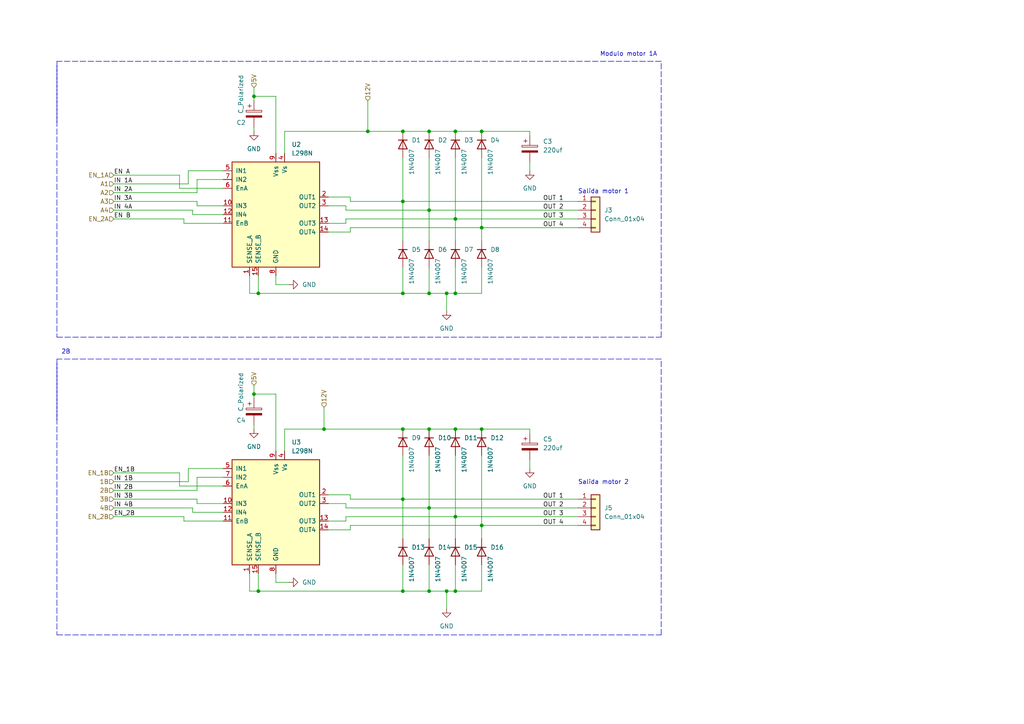
<source format=kicad_sch>
(kicad_sch (version 20211123) (generator eeschema)
  (paper "A4")
  (lib_symbols
    (symbol "Connector_Generic:Conn_01x04" (pin_names (offset 1.016) hide)
      (property "Reference" "J" (at 0 5.08 0))
      (property "Value" "Conn_01x04" (at 0 -7.62 0))
      (symbol "Conn_01x04_1_1"
        (rectangle (start -1.27 -4.953) (end 0 -5.207) (stroke (width 0.1524)))
        (rectangle (start -1.27 -2.413) (end 0 -2.667) (stroke (width 0.1524)))
        (rectangle (start -1.27 0.127) (end 0 -0.127) (stroke (width 0.1524)))
        (rectangle (start -1.27 2.667) (end 0 2.413) (stroke (width 0.1524)))
        (rectangle (start -1.27 3.81) (end 1.27 -6.35) (stroke (width 0.254)) (fill (type background)))
        (pin passive line (at -5.08 2.54 0) (length 3.81) (name "Pin_1") (number "1"))
        (pin passive line (at -5.08 0 0) (length 3.81) (name "Pin_2") (number "2"))
        (pin passive line (at -5.08 -2.54 0) (length 3.81) (name "Pin_3") (number "3"))
        (pin passive line (at -5.08 -5.08 0) (length 3.81) (name "Pin_4") (number "4"))
      )
    )
    (symbol "Device:C_Polarized" (pin_numbers hide) (pin_names (offset 0.254))
      (property "Reference" "C" (at 0.635 2.54 0))
      (property "Value" "C_Polarized" (at 0.635 -2.54 0))
      (symbol "C_Polarized_0_1"
        (rectangle (start -2.286 0.508) (end 2.286 1.016))
        (polyline (pts (xy -1.778 2.286) (xy -0.762 2.286)))
        (polyline (pts (xy -1.27 2.794) (xy -1.27 1.778)))
        (rectangle (start 2.286 -0.508) (end -2.286 -1.016) (fill (type outline)))
      )
      (symbol "C_Polarized_1_1"
        (pin passive line (at 0 3.81 270) (length 2.794) (name "~") (number "1"))
        (pin passive line (at 0 -3.81 90) (length 2.794) (name "~") (number "2"))
      )
    )
    (symbol "Diode:1N4007" (pin_numbers hide) (pin_names (offset 1.016) hide)
      (property "Reference" "D" (at 0 2.54 0))
      (property "Value" "1N4007" (at 0 -2.54 0))
      (symbol "1N4007_0_1"
        (polyline (pts (xy -1.27 1.27) (xy -1.27 -1.27)) (stroke (width 0.254)))
        (polyline (pts (xy 1.27 0) (xy -1.27 0)))
        (polyline (pts (xy 1.27 1.27) (xy 1.27 -1.27) (xy -1.27 0) (xy 1.27 1.27)) (stroke (width 0.254)))
      )
      (symbol "1N4007_1_1"
        (pin passive line (at -3.81 0 0) (length 2.54) (name "K") (number "1"))
        (pin passive line (at 3.81 0 180) (length 2.54) (name "A") (number "2"))
      )
    )
    (symbol "Driver_Motor:L298N" (pin_names (offset 1.016))
      (property "Reference" "U" (at -10.16 16.51 0))
      (property "Value" "L298N" (at 12.7 16.51 0))
      (symbol "L298N_0_1"
        (rectangle (start -12.7 15.24) (end 12.7 -15.24) (stroke (width 0.254)) (fill (type background)))
      )
      (symbol "L298N_1_1"
        (pin power_in line (at -7.62 -17.78 90) (length 2.54) (name "SENSE_A") (number "1"))
        (pin input line (at -15.24 2.54 0) (length 2.54) (name "IN3") (number "10"))
        (pin input line (at -15.24 -2.54 0) (length 2.54) (name "EnB") (number "11"))
        (pin input line (at -15.24 0 0) (length 2.54) (name "IN4") (number "12"))
        (pin output line (at 15.24 -2.54 180) (length 2.54) (name "OUT3") (number "13"))
        (pin output line (at 15.24 -5.08 180) (length 2.54) (name "OUT4") (number "14"))
        (pin power_in line (at -5.08 -17.78 90) (length 2.54) (name "SENSE_B") (number "15"))
        (pin output line (at 15.24 5.08 180) (length 2.54) (name "OUT1") (number "2"))
        (pin output line (at 15.24 2.54 180) (length 2.54) (name "OUT2") (number "3"))
        (pin power_in line (at 2.54 17.78 270) (length 2.54) (name "Vs") (number "4"))
        (pin input line (at -15.24 12.7 0) (length 2.54) (name "IN1") (number "5"))
        (pin input line (at -15.24 7.62 0) (length 2.54) (name "EnA") (number "6"))
        (pin input line (at -15.24 10.16 0) (length 2.54) (name "IN2") (number "7"))
        (pin power_in line (at 0 -17.78 90) (length 2.54) (name "GND") (number "8"))
        (pin power_in line (at 0 17.78 270) (length 2.54) (name "Vss") (number "9"))
      )
    )
    (symbol "power:GND" (power) (pin_names (offset 0))
      (property "Value" "GND" (at 0 -3.81 0))
      (symbol "GND_0_1"
        (polyline (pts (xy 0 0) (xy 0 -1.27) (xy 1.27 -1.27) (xy 0 -2.54) (xy -1.27 -1.27) (xy 0 -1.27)))
      )
      (symbol "GND_1_1"
        (pin power_in line (at 0 0 270) (length 0) hide (name "GND") (number "1"))
      )
    )
  )
  (junction (at 106.68 38.1))
  (junction (at 93.98 124.46))
  (junction (at 132.08 85.09))
  (junction (at 74.93 85.09))
  (junction (at 129.54 85.09))
  (junction (at 132.08 171.45))
  (junction (at 116.84 144.78))
  (junction (at 139.7 66.04))
  (junction (at 116.84 171.45))
  (junction (at 132.08 124.46))
  (junction (at 116.84 38.1))
  (junction (at 139.7 38.1))
  (junction (at 124.46 85.09))
  (junction (at 124.46 124.46))
  (junction (at 139.7 124.46))
  (junction (at 124.46 147.32))
  (junction (at 124.46 38.1))
  (junction (at 116.84 124.46))
  (junction (at 116.84 85.09))
  (junction (at 132.08 38.1))
  (junction (at 124.46 60.96))
  (junction (at 73.66 114.3))
  (junction (at 74.93 171.45))
  (junction (at 116.84 58.42))
  (junction (at 73.66 27.94))
  (junction (at 132.08 149.86))
  (junction (at 139.7 152.4))
  (junction (at 129.54 171.45))
  (junction (at 124.46 171.45))
  (junction (at 132.08 63.5))
  (wire (pts (xy 129.54 85.09) (xy 129.54 90.17)))
  (wire (pts (xy 101.6 67.31) (xy 101.6 66.04)))
  (wire (pts (xy 116.84 171.45) (xy 124.46 171.45)))
  (wire (pts (xy 116.84 58.42) (xy 167.64 58.42)))
  (wire (pts (xy 129.54 171.45) (xy 129.54 176.53)))
  (wire (pts (xy 73.66 36.83) (xy 73.66 38.1)))
  (wire (pts (xy 116.84 132.08) (xy 116.84 144.78)))
  (wire (pts (xy 80.01 27.94) (xy 80.01 44.45)))
  (wire (pts (xy 95.25 143.51) (xy 101.6 143.51)))
  (wire (pts (xy 54.61 135.89) (xy 54.61 139.7)))
  (wire (pts (xy 57.15 144.78) (xy 33.02 144.78)))
  (wire (pts (xy 101.6 144.78) (xy 116.84 144.78)))
  (wire (pts (xy 72.39 85.09) (xy 74.93 85.09)))
  (wire (pts (xy 100.33 60.96) (xy 124.46 60.96)))
  (wire (pts (xy 53.34 64.77) (xy 53.34 63.5)))
  (wire (pts (xy 124.46 60.96) (xy 124.46 69.85)))
  (wire (pts (xy 95.25 151.13) (xy 100.33 151.13)))
  (wire (pts (xy 64.77 62.23) (xy 55.88 62.23)))
  (wire (pts (xy 64.77 64.77) (xy 53.34 64.77)))
  (wire (pts (xy 95.25 146.05) (xy 100.33 146.05)))
  (wire (pts (xy 139.7 85.09) (xy 132.08 85.09)))
  (wire (pts (xy 80.01 27.94) (xy 73.66 27.94)))
  (wire (pts (xy 55.88 148.59) (xy 55.88 147.32)))
  (wire (pts (xy 139.7 152.4) (xy 167.64 152.4)))
  (wire (pts (xy 101.6 153.67) (xy 101.6 152.4)))
  (wire (pts (xy 139.7 171.45) (xy 132.08 171.45)))
  (wire (pts (xy 64.77 59.69) (xy 57.15 59.69)))
  (wire (pts (xy 153.67 125.73) (xy 153.67 124.46)))
  (polyline (pts (xy 16.51 104.14) (xy 16.51 121.92)))
  (polyline (pts (xy 16.51 184.15) (xy 191.77 184.15)))
  (wire (pts (xy 55.88 147.32) (xy 33.02 147.32)))
  (wire (pts (xy 80.01 166.37) (xy 80.01 168.91)))
  (wire (pts (xy 57.15 146.05) (xy 57.15 144.78)))
  (wire (pts (xy 93.98 124.46) (xy 116.84 124.46)))
  (wire (pts (xy 72.39 171.45) (xy 74.93 171.45)))
  (wire (pts (xy 74.93 166.37) (xy 74.93 171.45)))
  (wire (pts (xy 55.88 62.23) (xy 55.88 60.96)))
  (wire (pts (xy 124.46 132.08) (xy 124.46 147.32)))
  (wire (pts (xy 153.67 39.37) (xy 153.67 38.1)))
  (wire (pts (xy 57.15 58.42) (xy 33.02 58.42)))
  (wire (pts (xy 124.46 163.83) (xy 124.46 171.45)))
  (wire (pts (xy 95.25 67.31) (xy 101.6 67.31)))
  (wire (pts (xy 80.01 82.55) (xy 83.82 82.55)))
  (polyline (pts (xy 16.51 17.78) (xy 16.51 35.56)))
  (wire (pts (xy 124.46 77.47) (xy 124.46 85.09)))
  (wire (pts (xy 82.55 44.45) (xy 82.55 38.1)))
  (polyline (pts (xy 16.51 105.41) (xy 16.51 184.15)))
  (wire (pts (xy 53.34 63.5) (xy 33.02 63.5)))
  (wire (pts (xy 82.55 124.46) (xy 93.98 124.46)))
  (wire (pts (xy 139.7 38.1) (xy 153.67 38.1)))
  (wire (pts (xy 80.01 114.3) (xy 73.66 114.3)))
  (wire (pts (xy 124.46 60.96) (xy 167.64 60.96)))
  (wire (pts (xy 100.33 146.05) (xy 100.33 147.32)))
  (wire (pts (xy 101.6 143.51) (xy 101.6 144.78)))
  (wire (pts (xy 80.01 168.91) (xy 83.82 168.91)))
  (wire (pts (xy 139.7 132.08) (xy 139.7 152.4)))
  (wire (pts (xy 57.15 55.88) (xy 33.02 55.88)))
  (wire (pts (xy 153.67 133.35) (xy 153.67 135.89)))
  (wire (pts (xy 52.07 140.97) (xy 52.07 137.16)))
  (wire (pts (xy 116.84 45.72) (xy 116.84 58.42)))
  (wire (pts (xy 101.6 152.4) (xy 139.7 152.4)))
  (wire (pts (xy 132.08 38.1) (xy 139.7 38.1)))
  (wire (pts (xy 64.77 138.43) (xy 57.15 138.43)))
  (wire (pts (xy 53.34 151.13) (xy 53.34 149.86)))
  (wire (pts (xy 101.6 66.04) (xy 139.7 66.04)))
  (wire (pts (xy 73.66 25.4) (xy 73.66 27.94)))
  (wire (pts (xy 64.77 135.89) (xy 54.61 135.89)))
  (wire (pts (xy 80.01 114.3) (xy 80.01 130.81)))
  (wire (pts (xy 52.07 137.16) (xy 33.02 137.16)))
  (wire (pts (xy 116.84 58.42) (xy 116.84 69.85)))
  (wire (pts (xy 139.7 66.04) (xy 139.7 69.85)))
  (wire (pts (xy 74.93 80.01) (xy 74.93 85.09)))
  (wire (pts (xy 64.77 151.13) (xy 53.34 151.13)))
  (wire (pts (xy 73.66 27.94) (xy 73.66 29.21)))
  (wire (pts (xy 73.66 114.3) (xy 73.66 115.57)))
  (wire (pts (xy 132.08 63.5) (xy 167.64 63.5)))
  (wire (pts (xy 132.08 132.08) (xy 132.08 149.86)))
  (polyline (pts (xy 16.51 19.05) (xy 16.51 97.79)))
  (wire (pts (xy 72.39 80.01) (xy 72.39 85.09)))
  (wire (pts (xy 52.07 50.8) (xy 33.02 50.8)))
  (wire (pts (xy 116.84 144.78) (xy 167.64 144.78)))
  (wire (pts (xy 82.55 130.81) (xy 82.55 124.46)))
  (wire (pts (xy 54.61 53.34) (xy 33.02 53.34)))
  (wire (pts (xy 57.15 52.07) (xy 57.15 55.88)))
  (wire (pts (xy 73.66 123.19) (xy 73.66 124.46)))
  (wire (pts (xy 52.07 54.61) (xy 52.07 50.8)))
  (polyline (pts (xy 191.77 17.78) (xy 16.51 17.78)))
  (wire (pts (xy 57.15 138.43) (xy 57.15 142.24)))
  (wire (pts (xy 139.7 77.47) (xy 139.7 85.09)))
  (wire (pts (xy 53.34 149.86) (xy 33.02 149.86)))
  (wire (pts (xy 100.33 149.86) (xy 132.08 149.86)))
  (wire (pts (xy 57.15 142.24) (xy 33.02 142.24)))
  (wire (pts (xy 124.46 124.46) (xy 132.08 124.46)))
  (wire (pts (xy 95.25 57.15) (xy 101.6 57.15)))
  (wire (pts (xy 54.61 49.53) (xy 54.61 53.34)))
  (wire (pts (xy 106.68 29.21) (xy 106.68 38.1)))
  (wire (pts (xy 100.33 64.77) (xy 100.33 63.5)))
  (wire (pts (xy 124.46 147.32) (xy 167.64 147.32)))
  (wire (pts (xy 74.93 85.09) (xy 116.84 85.09)))
  (wire (pts (xy 116.84 85.09) (xy 124.46 85.09)))
  (wire (pts (xy 73.66 111.76) (xy 73.66 114.3)))
  (wire (pts (xy 132.08 124.46) (xy 139.7 124.46)))
  (wire (pts (xy 72.39 166.37) (xy 72.39 171.45)))
  (wire (pts (xy 80.01 80.01) (xy 80.01 82.55)))
  (wire (pts (xy 116.84 144.78) (xy 116.84 156.21)))
  (wire (pts (xy 116.84 163.83) (xy 116.84 171.45)))
  (wire (pts (xy 139.7 163.83) (xy 139.7 171.45)))
  (wire (pts (xy 124.46 45.72) (xy 124.46 60.96)))
  (wire (pts (xy 132.08 171.45) (xy 129.54 171.45)))
  (wire (pts (xy 132.08 85.09) (xy 129.54 85.09)))
  (wire (pts (xy 64.77 146.05) (xy 57.15 146.05)))
  (wire (pts (xy 55.88 60.96) (xy 33.02 60.96)))
  (wire (pts (xy 74.93 171.45) (xy 116.84 171.45)))
  (wire (pts (xy 153.67 46.99) (xy 153.67 49.53)))
  (wire (pts (xy 64.77 54.61) (xy 52.07 54.61)))
  (wire (pts (xy 116.84 124.46) (xy 124.46 124.46)))
  (wire (pts (xy 116.84 77.47) (xy 116.84 85.09)))
  (wire (pts (xy 139.7 124.46) (xy 153.67 124.46)))
  (wire (pts (xy 101.6 58.42) (xy 116.84 58.42)))
  (wire (pts (xy 100.33 147.32) (xy 124.46 147.32)))
  (wire (pts (xy 106.68 38.1) (xy 116.84 38.1)))
  (wire (pts (xy 95.25 153.67) (xy 101.6 153.67)))
  (wire (pts (xy 139.7 152.4) (xy 139.7 156.21)))
  (wire (pts (xy 100.33 151.13) (xy 100.33 149.86)))
  (polyline (pts (xy 191.77 104.14) (xy 16.51 104.14)))
  (polyline (pts (xy 191.77 184.15) (xy 191.77 104.14)))
  (wire (pts (xy 132.08 149.86) (xy 167.64 149.86)))
  (wire (pts (xy 124.46 38.1) (xy 132.08 38.1)))
  (polyline (pts (xy 16.51 97.79) (xy 191.77 97.79)))
  (polyline (pts (xy 191.77 97.79) (xy 191.77 17.78)))
  (wire (pts (xy 95.25 59.69) (xy 100.33 59.69)))
  (wire (pts (xy 95.25 64.77) (xy 100.33 64.77)))
  (wire (pts (xy 64.77 52.07) (xy 57.15 52.07)))
  (wire (pts (xy 139.7 66.04) (xy 167.64 66.04)))
  (wire (pts (xy 93.98 118.11) (xy 93.98 124.46)))
  (wire (pts (xy 64.77 49.53) (xy 54.61 49.53)))
  (wire (pts (xy 132.08 45.72) (xy 132.08 63.5)))
  (wire (pts (xy 124.46 85.09) (xy 129.54 85.09)))
  (wire (pts (xy 54.61 139.7) (xy 33.02 139.7)))
  (wire (pts (xy 100.33 59.69) (xy 100.33 60.96)))
  (wire (pts (xy 57.15 59.69) (xy 57.15 58.42)))
  (wire (pts (xy 124.46 147.32) (xy 124.46 156.21)))
  (wire (pts (xy 132.08 149.86) (xy 132.08 156.21)))
  (wire (pts (xy 64.77 148.59) (xy 55.88 148.59)))
  (wire (pts (xy 100.33 63.5) (xy 132.08 63.5)))
  (wire (pts (xy 132.08 77.47) (xy 132.08 85.09)))
  (wire (pts (xy 82.55 38.1) (xy 106.68 38.1)))
  (wire (pts (xy 139.7 45.72) (xy 139.7 66.04)))
  (wire (pts (xy 101.6 57.15) (xy 101.6 58.42)))
  (wire (pts (xy 116.84 38.1) (xy 124.46 38.1)))
  (wire (pts (xy 132.08 163.83) (xy 132.08 171.45)))
  (wire (pts (xy 124.46 171.45) (xy 129.54 171.45)))
  (wire (pts (xy 64.77 140.97) (xy 52.07 140.97)))
  (wire (pts (xy 132.08 63.5) (xy 132.08 69.85)))
  (text "Salida motor 1\n\n" (at 167.64 58.42 0) (effects (font (size 1.27 1.27)) (justify left bottom)))
  (text "Salida motor 2\n\n\n" (at 167.64 144.78 0) (effects (font (size 1.27 1.27)) (justify left bottom)))
  (text "Modulo motor 1A\n" (at 173.99 16.51 0) (effects (font (size 1.27 1.27)) (justify left bottom)))
  (text "2B" (at 17.78 102.87 0) (effects (font (size 1.27 1.27)) (justify left bottom)))
  (label "OUT 4" (at 157.48 152.4 0))
  (label "OUT 2" (at 157.48 60.96 0))
  (label "IN 3A" (at 33.02 58.42 0))
  (label "EN B" (at 33.02 63.5 0))
  (label "IN 4B" (at 33.02 147.32 0))
  (label "OUT 3" (at 157.48 149.86 0))
  (label "EN A" (at 33.02 50.8 0))
  (label "EN_1B" (at 33.02 137.16 0))
  (label "OUT 3" (at 157.48 63.5 0))
  (label "IN 2A" (at 33.02 55.88 0))
  (label "IN 1A" (at 33.02 53.34 0))
  (label "OUT 4" (at 157.48 66.04 0))
  (label "IN 3B" (at 33.02 144.78 0))
  (label "EN_2B" (at 33.02 149.86 0))
  (label "IN 4A" (at 33.02 60.96 0))
  (label "OUT 1" (at 157.48 58.42 0))
  (label "OUT 2" (at 157.48 147.32 0))
  (label "IN 1B" (at 33.02 139.7 0))
  (label "OUT 1" (at 157.48 144.78 0))
  (label "IN 2B" (at 33.02 142.24 0))
  (hierarchical_label "2B" (shape input) (at 33.02 142.24 180))
  (hierarchical_label "4B" (shape input) (at 33.02 147.32 180))
  (hierarchical_label "12V" (shape input) (at 93.98 118.11 90))
  (hierarchical_label "1B" (shape input) (at 33.02 139.7 180))
  (hierarchical_label "A3" (shape input) (at 33.02 58.42 180))
  (hierarchical_label "A1" (shape input) (at 33.02 53.34 180))
  (hierarchical_label "EN_1B" (shape input) (at 33.02 137.16 180))
  (hierarchical_label "EN_2B" (shape input) (at 33.02 149.86 180))
  (hierarchical_label "5V" (shape input) (at 73.66 25.4 90))
  (hierarchical_label "5V" (shape input) (at 73.66 111.76 90))
  (hierarchical_label "EN_2A" (shape input) (at 33.02 63.5 180))
  (hierarchical_label "A4" (shape input) (at 33.02 60.96 180))
  (hierarchical_label "3B" (shape input) (at 33.02 144.78 180))
  (hierarchical_label "12V" (shape input) (at 106.68 29.21 90))
  (hierarchical_label "A2" (shape input) (at 33.02 55.88 180))
  (hierarchical_label "EN_1A" (shape input) (at 33.02 50.8 180))
  (symbol (lib_id "power:GND") (at 153.67 49.53 0) (unit 1)
    (property "Reference" "#PWR?" (effects hide))
    (property "Value" "GND" (at 153.67 54.61 0))
  )
  (symbol (lib_id "Diode:1N4007") (at 139.7 160.02 270) (unit 1)
    (property "Reference" "D16" (at 142.24 158.7499 90) (effects (justify left)))
    (property "Value" "1N4007" (at 142.24 161.2899 0) (effects (justify left)))
    (property "Footprint" "Diode_SMD:D_SMA_Handsoldering" (effects hide))
    (property "Datasheet" "http://www.vishay.com/docs/88503/1n4001.pdf" (effects hide))
  )
  (symbol (lib_id "Diode:1N4007") (at 124.46 128.27 270) (unit 1)
    (property "Reference" "D10" (at 127 126.9999 90) (effects (justify left)))
    (property "Value" "1N4007" (at 127 129.5399 0) (effects (justify left)))
    (property "Footprint" "Diode_SMD:D_SMA_Handsoldering" (effects hide))
    (property "Datasheet" "http://www.vishay.com/docs/88503/1n4001.pdf" (effects hide))
  )
  (symbol (lib_id "power:GND") (at 73.66 38.1 0) (unit 1)
    (property "Reference" "#PWR?" (effects hide))
    (property "Value" "GND" (at 73.66 43.18 0))
  )
  (symbol (lib_id "Driver_Motor:L298N") (at 80.01 148.59 0) (unit 1)
    (property "Reference" "U3" (at 84.5694 128.27 0) (effects (justify left)))
    (property "Value" "L298N" (at 84.5694 130.81 0) (effects (justify left)))
    (property "Footprint" "Package_TO_SOT_THT:TO-220-15_P2.54x2.54mm_StaggerOdd_Lead4.58mm_Vertical" (effects hide))
    (property "Datasheet" "http://www.st.com/st-web-ui/static/active/en/resource/technical/document/datasheet/CD00000240.pdf" (effects hide))
  )
  (symbol (lib_id "Diode:1N4007") (at 139.7 73.66 270) (unit 1)
    (property "Reference" "D8" (at 142.24 72.3899 90) (effects (justify left)))
    (property "Value" "1N4007" (at 142.24 74.9299 0) (effects (justify left)))
    (property "Footprint" "Diode_SMD:D_SMA_Handsoldering" (effects hide))
    (property "Datasheet" "http://www.vishay.com/docs/88503/1n4001.pdf" (effects hide))
  )
  (symbol (lib_id "Diode:1N4007") (at 124.46 160.02 270) (unit 1)
    (property "Reference" "D14" (at 127 158.7499 90) (effects (justify left)))
    (property "Value" "1N4007" (at 127 161.2899 0) (effects (justify left)))
    (property "Footprint" "Diode_SMD:D_SMA_Handsoldering" (effects hide))
    (property "Datasheet" "http://www.vishay.com/docs/88503/1n4001.pdf" (effects hide))
  )
  (symbol (lib_id "Device:C_Polarized") (at 153.67 43.18 0) (unit 1)
    (property "Reference" "C3" (at 157.48 41.0209 0) (effects (justify left)))
    (property "Value" "220uf" (at 157.48 43.5609 0) (effects (justify left)))
    (property "Footprint" "Capacitor_SMD:CP_Elec_8x10" (effects hide))
  )
  (symbol (lib_id "Device:C_Polarized") (at 73.66 33.02 0) (unit 1)
    (property "Reference" "C2" (at 68.58 35.56 0) (effects (justify left)))
    (property "Value" "C_Polarized" (at 69.85 33.02 90) (effects (justify left)))
  )
  (symbol (lib_id "Connector_Generic:Conn_01x04") (at 172.72 60.96 0) (unit 1)
    (property "Reference" "J3" (at 175.26 60.9599 0) (effects (justify left)))
    (property "Value" "Conn_01x04" (at 175.26 63.4999 0) (effects (justify left)))
    (property "Footprint" "Connector_JST:JST_EH_B4B-EH-A_1x04_P2.50mm_Vertical" (effects hide))
  )
  (symbol (lib_id "Diode:1N4007") (at 116.84 73.66 270) (unit 1)
    (property "Reference" "D5" (at 119.38 72.3899 90) (effects (justify left)))
    (property "Value" "1N4007" (at 119.38 74.9299 0) (effects (justify left)))
    (property "Footprint" "Diode_SMD:D_SMA_Handsoldering" (effects hide))
    (property "Datasheet" "http://www.vishay.com/docs/88503/1n4001.pdf" (effects hide))
  )
  (symbol (lib_id "Diode:1N4007") (at 132.08 73.66 270) (unit 1)
    (property "Reference" "D7" (at 134.62 72.3899 90) (effects (justify left)))
    (property "Value" "1N4007" (at 134.62 74.9299 0) (effects (justify left)))
    (property "Footprint" "Diode_SMD:D_SMA_Handsoldering" (effects hide))
    (property "Datasheet" "http://www.vishay.com/docs/88503/1n4001.pdf" (effects hide))
  )
  (symbol (lib_id "Diode:1N4007") (at 132.08 160.02 270) (unit 1)
    (property "Reference" "D15" (at 134.62 158.7499 90) (effects (justify left)))
    (property "Value" "1N4007" (at 134.62 161.2899 0) (effects (justify left)))
    (property "Footprint" "Diode_SMD:D_SMA_Handsoldering" (effects hide))
    (property "Datasheet" "http://www.vishay.com/docs/88503/1n4001.pdf" (effects hide))
  )
  (symbol (lib_id "Diode:1N4007") (at 139.7 41.91 270) (unit 1)
    (property "Reference" "D4" (at 142.24 40.6399 90) (effects (justify left)))
    (property "Value" "1N4007" (at 142.24 43.1799 0) (effects (justify left)))
    (property "Footprint" "Diode_SMD:D_SMA_Handsoldering" (effects hide))
    (property "Datasheet" "http://www.vishay.com/docs/88503/1n4001.pdf" (effects hide))
  )
  (symbol (lib_id "Diode:1N4007") (at 132.08 128.27 270) (unit 1)
    (property "Reference" "D11" (at 134.62 126.9999 90) (effects (justify left)))
    (property "Value" "1N4007" (at 134.62 129.5399 0) (effects (justify left)))
    (property "Footprint" "Diode_SMD:D_SMA_Handsoldering" (effects hide))
    (property "Datasheet" "http://www.vishay.com/docs/88503/1n4001.pdf" (effects hide))
  )
  (symbol (lib_id "Device:C_Polarized") (at 153.67 129.54 0) (unit 1)
    (property "Reference" "C5" (at 157.48 127.3809 0) (effects (justify left)))
    (property "Value" "220uf" (at 157.48 129.9209 0) (effects (justify left)))
    (property "Footprint" "Capacitor_SMD:CP_Elec_8x10" (effects hide))
  )
  (symbol (lib_id "power:GND") (at 83.82 168.91 90) (unit 1)
    (property "Reference" "#PWR?" (effects hide))
    (property "Value" "GND" (at 87.63 168.9099 90) (effects (justify right)))
  )
  (symbol (lib_id "Diode:1N4007") (at 124.46 41.91 270) (unit 1)
    (property "Reference" "D2" (at 127 40.6399 90) (effects (justify left)))
    (property "Value" "1N4007" (at 127 43.1799 0) (effects (justify left)))
    (property "Footprint" "Diode_SMD:D_SMA_Handsoldering" (effects hide))
    (property "Datasheet" "http://www.vishay.com/docs/88503/1n4001.pdf" (effects hide))
  )
  (symbol (lib_id "Diode:1N4007") (at 116.84 41.91 270) (unit 1)
    (property "Reference" "D1" (at 119.38 40.6399 90) (effects (justify left)))
    (property "Value" "1N4007" (at 119.38 43.1799 0) (effects (justify left)))
    (property "Footprint" "Diode_SMD:D_SMA_Handsoldering" (effects hide))
    (property "Datasheet" "http://www.vishay.com/docs/88503/1n4001.pdf" (effects hide))
  )
  (symbol (lib_id "power:GND") (at 129.54 176.53 0) (unit 1)
    (property "Reference" "#PWR?" (effects hide))
    (property "Value" "GND" (at 129.54 181.61 0))
  )
  (symbol (lib_id "Diode:1N4007") (at 116.84 128.27 270) (unit 1)
    (property "Reference" "D9" (at 119.38 126.9999 90) (effects (justify left)))
    (property "Value" "1N4007" (at 119.38 129.5399 0) (effects (justify left)))
    (property "Footprint" "Diode_SMD:D_SMA_Handsoldering" (effects hide))
    (property "Datasheet" "http://www.vishay.com/docs/88503/1n4001.pdf" (effects hide))
  )
  (symbol (lib_id "Diode:1N4007") (at 139.7 128.27 270) (unit 1)
    (property "Reference" "D12" (at 142.24 126.9999 90) (effects (justify left)))
    (property "Value" "1N4007" (at 142.24 129.5399 0) (effects (justify left)))
    (property "Footprint" "Diode_SMD:D_SMA_Handsoldering" (effects hide))
    (property "Datasheet" "http://www.vishay.com/docs/88503/1n4001.pdf" (effects hide))
  )
  (symbol (lib_id "Diode:1N4007") (at 116.84 160.02 270) (unit 1)
    (property "Reference" "D13" (at 119.38 158.7499 90) (effects (justify left)))
    (property "Value" "1N4007" (at 119.38 161.2899 0) (effects (justify left)))
    (property "Footprint" "Diode_SMD:D_SMA_Handsoldering" (effects hide))
    (property "Datasheet" "http://www.vishay.com/docs/88503/1n4001.pdf" (effects hide))
  )
  (symbol (lib_id "Diode:1N4007") (at 124.46 73.66 270) (unit 1)
    (property "Reference" "D6" (at 127 72.3899 90) (effects (justify left)))
    (property "Value" "1N4007" (at 127 74.9299 0) (effects (justify left)))
    (property "Footprint" "Diode_SMD:D_SMA_Handsoldering" (effects hide))
    (property "Datasheet" "http://www.vishay.com/docs/88503/1n4001.pdf" (effects hide))
  )
  (symbol (lib_id "Connector_Generic:Conn_01x04") (at 172.72 147.32 0) (unit 1)
    (property "Reference" "J5" (at 175.26 147.3199 0) (effects (justify left)))
    (property "Value" "Conn_01x04" (at 175.26 149.8599 0) (effects (justify left)))
    (property "Footprint" "Connector_JST:JST_EH_B4B-EH-A_1x04_P2.50mm_Vertical" (effects hide))
  )
  (symbol (lib_id "Driver_Motor:L298N") (at 80.01 62.23 0) (unit 1)
    (property "Reference" "U2" (at 84.5694 41.91 0) (effects (justify left)))
    (property "Value" "L298N" (at 84.5694 44.45 0) (effects (justify left)))
    (property "Footprint" "Package_TO_SOT_THT:TO-220-15_P2.54x2.54mm_StaggerOdd_Lead4.58mm_Vertical" (effects hide))
    (property "Datasheet" "http://www.st.com/st-web-ui/static/active/en/resource/technical/document/datasheet/CD00000240.pdf" (effects hide))
  )
  (symbol (lib_id "power:GND") (at 129.54 90.17 0) (unit 1)
    (property "Reference" "#PWR?" (effects hide))
    (property "Value" "GND" (at 129.54 95.25 0))
  )
  (symbol (lib_id "Diode:1N4007") (at 132.08 41.91 270) (unit 1)
    (property "Reference" "D3" (at 134.62 40.6399 90) (effects (justify left)))
    (property "Value" "1N4007" (at 134.62 43.1799 0) (effects (justify left)))
    (property "Footprint" "Diode_SMD:D_SMA_Handsoldering" (effects hide))
    (property "Datasheet" "http://www.vishay.com/docs/88503/1n4001.pdf" (effects hide))
  )
  (symbol (lib_id "power:GND") (at 73.66 124.46 0) (unit 1)
    (property "Reference" "#PWR?" (effects hide))
    (property "Value" "GND" (at 73.66 129.54 0))
  )
  (symbol (lib_id "power:GND") (at 83.82 82.55 90) (unit 1)
    (property "Reference" "#PWR?" (effects hide))
    (property "Value" "GND" (at 87.63 82.5499 90) (effects (justify right)))
  )
  (symbol (lib_id "power:GND") (at 153.67 135.89 0) (unit 1)
    (property "Reference" "#PWR?" (effects hide))
    (property "Value" "GND" (at 153.67 140.97 0))
  )
  (symbol (lib_id "Device:C_Polarized") (at 73.66 119.38 0) (unit 1)
    (property "Reference" "C4" (at 68.58 121.92 0) (effects (justify left)))
    (property "Value" "C_Polarized" (at 69.85 119.38 90) (effects (justify left)))
  )
)
</source>
